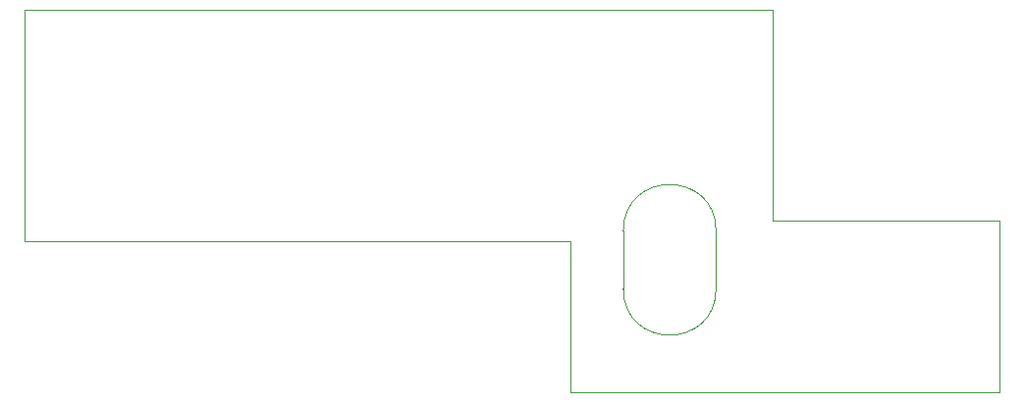
<source format=gm1>
%TF.GenerationSoftware,KiCad,Pcbnew,7.0.8*%
%TF.CreationDate,2023-10-16T22:13:19+02:00*%
%TF.ProjectId,sata_caddy,73617461-5f63-4616-9464-792e6b696361,rev?*%
%TF.SameCoordinates,Original*%
%TF.FileFunction,Profile,NP*%
%FSLAX46Y46*%
G04 Gerber Fmt 4.6, Leading zero omitted, Abs format (unit mm)*
G04 Created by KiCad (PCBNEW 7.0.8) date 2023-10-16 22:13:19*
%MOMM*%
%LPD*%
G01*
G04 APERTURE LIST*
%TA.AperFunction,Profile*%
%ADD10C,0.100000*%
%TD*%
G04 APERTURE END LIST*
D10*
X74600000Y-49100000D02*
G75*
G03*
X66600000Y-49100000I-4000000J0D01*
G01*
X74600000Y-49100000D02*
X74600000Y-54100000D01*
X66600000Y-54100000D02*
G75*
G03*
X74600000Y-54100000I4000000J0D01*
G01*
X62000000Y-50000000D02*
X62000000Y-63000000D01*
X62000000Y-50000000D02*
X15000000Y-50000000D01*
X99000000Y-48200000D02*
X79500000Y-48200000D01*
X66600000Y-49100000D02*
X66600000Y-54100000D01*
X76800000Y-30000000D02*
X79500000Y-30000000D01*
X15000000Y-50000000D02*
X15000000Y-30000000D01*
X99000000Y-63000000D02*
X99000000Y-48200000D01*
X62000000Y-63000000D02*
X99000000Y-63000000D01*
X15000000Y-30000000D02*
X76800000Y-30000000D01*
X79500000Y-48200000D02*
X79500000Y-30000000D01*
M02*

</source>
